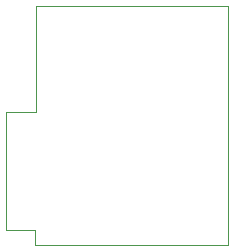
<source format=gbr>
%TF.GenerationSoftware,KiCad,Pcbnew,(6.0.7)*%
%TF.CreationDate,2023-04-20T23:19:39+02:00*%
%TF.ProjectId,gosund-esp-adapter,676f7375-6e64-42d6-9573-702d61646170,rev?*%
%TF.SameCoordinates,Original*%
%TF.FileFunction,Profile,NP*%
%FSLAX46Y46*%
G04 Gerber Fmt 4.6, Leading zero omitted, Abs format (unit mm)*
G04 Created by KiCad (PCBNEW (6.0.7)) date 2023-04-20 23:19:39*
%MOMM*%
%LPD*%
G01*
G04 APERTURE LIST*
%TA.AperFunction,Profile*%
%ADD10C,0.100000*%
%TD*%
G04 APERTURE END LIST*
D10*
X140843000Y-96774000D02*
X157175200Y-96774000D01*
X140970000Y-76504800D02*
X140970000Y-85490000D01*
X138430000Y-85490000D02*
X138430000Y-95504000D01*
X140843000Y-95504000D02*
X138430000Y-95504000D01*
X157175200Y-96774000D02*
X157175200Y-76504800D01*
X157175200Y-76504800D02*
X140970000Y-76504800D01*
X138430000Y-85490000D02*
X140970000Y-85490000D01*
X140843000Y-95504000D02*
X140843000Y-96774000D01*
M02*

</source>
